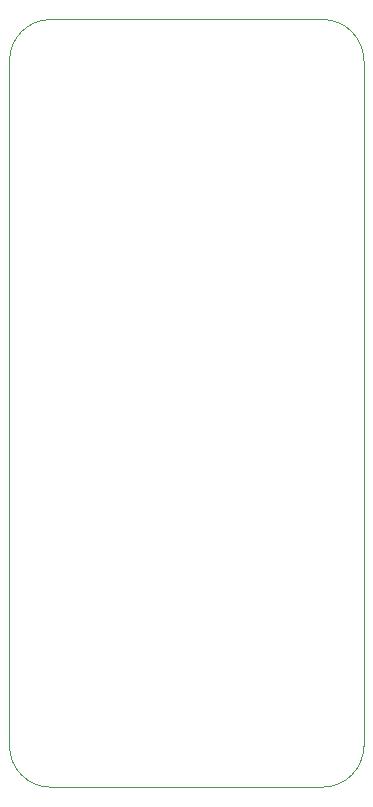
<source format=gbr>
%TF.GenerationSoftware,KiCad,Pcbnew,7.0.9-7.0.9~ubuntu22.04.1*%
%TF.CreationDate,2023-11-26T13:18:20+11:00*%
%TF.ProjectId,pi1541,70693135-3431-42e6-9b69-6361645f7063,v03*%
%TF.SameCoordinates,Original*%
%TF.FileFunction,Profile,NP*%
%FSLAX46Y46*%
G04 Gerber Fmt 4.6, Leading zero omitted, Abs format (unit mm)*
G04 Created by KiCad (PCBNEW 7.0.9-7.0.9~ubuntu22.04.1) date 2023-11-26 13:18:20*
%MOMM*%
%LPD*%
G01*
G04 APERTURE LIST*
%TA.AperFunction,Profile*%
%ADD10C,0.100000*%
%TD*%
G04 APERTURE END LIST*
D10*
X100000000Y-63500000D02*
X100000000Y-121500000D01*
X130000000Y-63500000D02*
G75*
G03*
X126500000Y-60000000I-3500000J0D01*
G01*
X126500000Y-125000000D02*
G75*
G03*
X130000000Y-121500000I0J3500000D01*
G01*
X100000000Y-121500000D02*
G75*
G03*
X103500000Y-125000000I3500000J0D01*
G01*
X103500000Y-60000000D02*
X126500000Y-60000000D01*
X103500000Y-125000000D02*
X126500000Y-125000000D01*
X130000000Y-121500000D02*
X130000000Y-63500000D01*
X103500000Y-60000000D02*
G75*
G03*
X100000000Y-63500000I0J-3500000D01*
G01*
M02*

</source>
